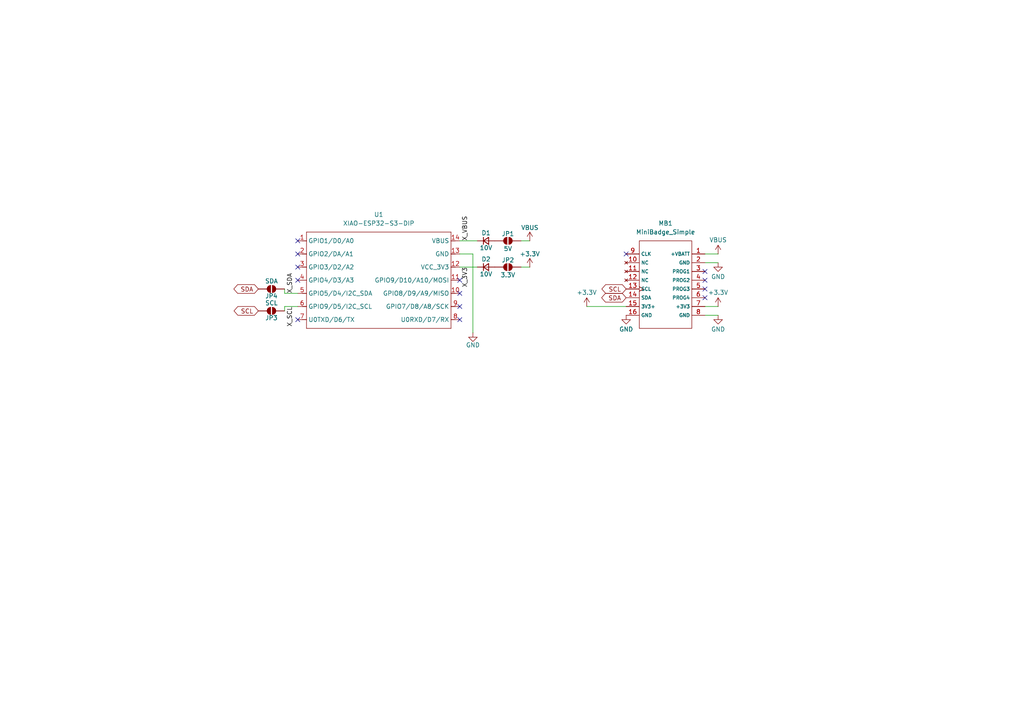
<source format=kicad_sch>
(kicad_sch (version 20250114) (generator "eeschema") (generator_version "9.0")
  (paper "A4")
  (lib_symbols
    (symbol "Device:D_Small" (pin_numbers (hide yes)) (pin_names (offset 0.254) (hide yes))
      (property "Reference" "D" (at -1.27 2.032 0))
      (property "Value" "D_Small" (at -3.81 -2.032 0))
      (symbol "D_Small_0_1"
        (polyline (pts (xy -0.762 0) (xy 0.762 0)))
        (polyline (pts (xy -0.762 -1.016) (xy -0.762 1.016)) (stroke (width 0.254)))
        (polyline (pts (xy 0.762 -1.016) (xy -0.762 0) (xy 0.762 1.016) (xy 0.762 -1.016)) (stroke (width 0.254)))
      )
      (symbol "D_Small_1_1"
        (pin passive line (at -2.54 0 0) (length 1.778) (name "K") (number "1"))
        (pin passive line (at 2.54 0 180) (length 1.778) (name "A") (number "2"))
      )
    )
    (symbol "Jumper:SolderJumper_2_Open" (pin_numbers (hide yes)) (pin_names (offset 0) (hide yes)) (in_bom no)
      (property "Reference" "JP" (at 0 2.032 0))
      (property "Value" "SolderJumper_2_Open" (at 0 -2.54 0))
      (symbol "SolderJumper_2_Open_0_1"
        (polyline (pts (xy -0.254 1.016) (xy -0.254 -1.016)))
        (arc (start -0.254 -1.016) (mid -1.2656 0) (end -0.254 1.016))
        (arc (start -0.254 -1.016) (mid -1.2656 0) (end -0.254 1.016) (fill (type outline)))
        (arc (start 0.254 1.016) (mid 1.2656 0) (end 0.254 -1.016))
        (arc (start 0.254 1.016) (mid 1.2656 0) (end 0.254 -1.016) (fill (type outline)))
        (polyline (pts (xy 0.254 1.016) (xy 0.254 -1.016)))
      )
      (symbol "SolderJumper_2_Open_1_1"
        (pin passive line (at -3.81 0 0) (length 2.54) (name "A") (number "1"))
        (pin passive line (at 3.81 0 180) (length 2.54) (name "B") (number "2"))
      )
    )
    (symbol "MiniBadge:MiniBadge_Full"
      (property "Reference" "MB" (at 8.89 0 0))
      (property "Value" "MiniBadge_Full" (at -10.16 0 0))
      (symbol "MiniBadge_Full_0_1"
        (rectangle (start -12.7 7.62) (end 12.7 -7.62))
      )
      (symbol "MiniBadge_Full_1_1"
        (pin power_out line (at -8.89 11.43 270) (length 3.81) (name "+VBATT") (number "1"))
        (pin output line (at -8.89 -11.43 90) (length 3.81) (name "CLK") (number "9"))
        (pin power_out line (at -6.35 11.43 270) (length 3.81) (name "GND") (number "2"))
        (pin no_connect line (at -6.35 -11.43 90) (length 3.81) (name "NC") (number "10"))
        (pin bidirectional line (at -3.81 11.43 270) (length 3.81) (name "PROG1") (number "3"))
        (pin no_connect line (at -3.81 -11.43 90) (length 3.81) (name "NC") (number "11"))
        (pin bidirectional line (at -1.27 11.43 270) (length 3.81) (name "PROG2") (number "4"))
        (pin no_connect line (at -1.27 -11.43 90) (length 3.81) (name "NC") (number "12"))
        (pin bidirectional line (at 1.27 11.43 270) (length 3.81) (name "PROG3") (number "5"))
        (pin bidirectional clock (at 1.27 -11.43 90) (length 3.81) (name "SCL") (number "13"))
        (pin bidirectional line (at 3.81 11.43 270) (length 3.81) (name "PROG4") (number "6"))
        (pin output line (at 3.81 -11.43 90) (length 3.81) (name "SDA") (number "14"))
        (pin power_out line (at 6.35 11.43 270) (length 3.81) (name "+3V3") (number "7"))
        (pin power_out line (at 6.35 -11.43 90) (length 3.81) (name "3V3+") (number "15"))
        (pin power_out line (at 8.89 11.43 270) (length 3.81) (name "GND") (number "8"))
        (pin power_out line (at 8.89 -11.43 90) (length 3.81) (name "GND") (number "16"))
      )
    )
    (symbol "Seeed_Studio_XIAO_Series:XIAO-ESP32-S3-DIP"
      (property "Reference" "U" (at 1.27 0.508 0))
      (property "Value" "XIAO-ESP32-S3-DIP" (at 9.652 -1.778 0))
      (symbol "XIAO-ESP32-S3-DIP_1_0"
        (polyline (pts (xy 0 -2.54) (xy 41.91 -2.54)) (stroke (width 0.1524)))
        (polyline (pts (xy 0 -5.08) (xy -1.27 -5.08)) (stroke (width 0.1524)))
        (polyline (pts (xy 0 -5.08) (xy 0 -2.54)) (stroke (width 0.1524)))
        (polyline (pts (xy 0 -8.89) (xy -1.27 -8.89)) (stroke (width 0.1524)))
        (polyline (pts (xy 0 -8.89) (xy 0 -5.08)) (stroke (width 0.1524)))
        (polyline (pts (xy 0 -12.7) (xy -1.27 -12.7)) (stroke (width 0.1524)))
        (polyline (pts (xy 0 -12.7) (xy 0 -8.89)) (stroke (width 0.1524)))
        (polyline (pts (xy 0 -16.51) (xy -1.27 -16.51)) (stroke (width 0.1524)))
        (polyline (pts (xy 0 -16.51) (xy 0 -12.7)) (stroke (width 0.1524)))
        (polyline (pts (xy 0 -20.32) (xy -1.27 -20.32)) (stroke (width 0.1524)))
        (polyline (pts (xy 0 -24.13) (xy -1.27 -24.13)) (stroke (width 0.1524)))
        (polyline (pts (xy 0 -27.94) (xy -1.27 -27.94)) (stroke (width 0.1524)))
        (polyline (pts (xy 0 -30.48) (xy 0 -16.51)) (stroke (width 0.1524)))
        (polyline (pts (xy 41.91 -2.54) (xy 41.91 -5.08)) (stroke (width 0.1524)))
        (polyline (pts (xy 41.91 -5.08) (xy 41.91 -8.89)) (stroke (width 0.1524)))
        (polyline (pts (xy 41.91 -8.89) (xy 41.91 -12.7)) (stroke (width 0.1524)))
        (polyline (pts (xy 41.91 -12.7) (xy 41.91 -30.48)) (stroke (width 0.1524)))
        (polyline (pts (xy 41.91 -30.48) (xy 0 -30.48)) (stroke (width 0.1524)))
        (polyline (pts (xy 43.18 -5.08) (xy 41.91 -5.08)) (stroke (width 0.1524)))
        (polyline (pts (xy 43.18 -8.89) (xy 41.91 -8.89)) (stroke (width 0.1524)))
        (polyline (pts (xy 43.18 -12.7) (xy 41.91 -12.7)) (stroke (width 0.1524)))
        (polyline (pts (xy 43.18 -16.51) (xy 41.91 -16.51)) (stroke (width 0.1524)))
        (polyline (pts (xy 43.18 -20.32) (xy 41.91 -20.32)) (stroke (width 0.1524)))
        (polyline (pts (xy 43.18 -24.13) (xy 41.91 -24.13)) (stroke (width 0.1524)))
        (polyline (pts (xy 43.18 -27.94) (xy 41.91 -27.94)) (stroke (width 0.1524)))
        (pin passive line (at -2.54 -5.08 0) (length 2.54) (name "GPIO1/D0/A0") (number "1"))
        (pin passive line (at -2.54 -8.89 0) (length 2.54) (name "GPIO2/DA/A1") (number "2"))
        (pin passive line (at -2.54 -12.7 0) (length 2.54) (name "GPIO3/D2/A2") (number "3"))
        (pin passive line (at -2.54 -16.51 0) (length 2.54) (name "GPIO4/D3/A3") (number "4"))
        (pin passive line (at -2.54 -20.32 0) (length 2.54) (name "GPIO5/D4/I2C_SDA") (number "5"))
        (pin passive line (at -2.54 -24.13 0) (length 2.54) (name "GPIO9/D5/I2C_SCL") (number "6"))
        (pin passive line (at -2.54 -27.94 0) (length 2.54) (name "U0TXD/D6/TX") (number "7"))
        (pin passive line (at 44.45 -5.08 180) (length 2.54) (name "VBUS") (number "14"))
        (pin passive line (at 44.45 -8.89 180) (length 2.54) (name "GND") (number "13"))
        (pin passive line (at 44.45 -12.7 180) (length 2.54) (name "VCC_3V3") (number "12"))
        (pin passive line (at 44.45 -16.51 180) (length 2.54) (name "GPIO9/D10/A10/MOSI") (number "11"))
        (pin passive line (at 44.45 -20.32 180) (length 2.54) (name "GPIO8/D9/A9/MISO") (number "10"))
        (pin passive line (at 44.45 -24.13 180) (length 2.54) (name "GPIO7/D8/A8/SCK") (number "9"))
        (pin passive line (at 44.45 -27.94 180) (length 2.54) (name "U0RXD/D7/RX") (number "8"))
      )
    )
    (symbol "power:+3.3V" (power) (pin_numbers (hide yes)) (pin_names (offset 0) (hide yes))
      (property "Value" "+3.3V" (at 0 3.556 0))
      (symbol "+3.3V_0_1"
        (polyline (pts (xy -0.762 1.27) (xy 0 2.54)))
        (polyline (pts (xy 0 2.54) (xy 0.762 1.27)))
        (polyline (pts (xy 0 0) (xy 0 2.54)))
      )
      (symbol "+3.3V_1_1"
        (pin power_in line (at 0 0 90) (length 0) (name "~") (number "1"))
      )
    )
    (symbol "power:GND" (power) (pin_numbers (hide yes)) (pin_names (offset 0) (hide yes))
      (property "Value" "GND" (at 0 -3.81 0))
      (symbol "GND_0_1"
        (polyline (pts (xy 0 0) (xy 0 -1.27) (xy 1.27 -1.27) (xy 0 -2.54) (xy -1.27 -1.27) (xy 0 -1.27)))
      )
      (symbol "GND_1_1"
        (pin power_in line (at 0 0 270) (length 0) (name "~") (number "1"))
      )
    )
    (symbol "power:VBUS" (power) (pin_numbers (hide yes)) (pin_names (offset 0) (hide yes))
      (property "Value" "VBUS" (at 0 3.556 0))
      (symbol "VBUS_0_1"
        (polyline (pts (xy -0.762 1.27) (xy 0 2.54)))
        (polyline (pts (xy 0 2.54) (xy 0.762 1.27)))
        (polyline (pts (xy 0 0) (xy 0 2.54)))
      )
      (symbol "VBUS_1_1"
        (pin power_in line (at 0 0 90) (length 0) (name "~") (number "1"))
      )
    )
  )
  (no_connect (at 86.36 69.85))
  (no_connect (at 133.35 81.28))
  (no_connect (at 133.35 92.71))
  (no_connect (at 181.61 73.66))
  (no_connect (at 204.47 86.36))
  (no_connect (at 133.35 85.09))
  (no_connect (at 86.36 81.28))
  (no_connect (at 133.35 88.9))
  (no_connect (at 204.47 81.28))
  (no_connect (at 86.36 73.66))
  (no_connect (at 204.47 78.74))
  (no_connect (at 86.36 92.71))
  (no_connect (at 86.36 77.47))
  (no_connect (at 204.47 83.82))
  (wire (pts (xy 138.43 77.47) (xy 133.35 77.47)))
  (wire (pts (xy 153.67 77.47) (xy 151.13 77.47)))
  (wire (pts (xy 170.18 88.9) (xy 181.61 88.9)))
  (wire (pts (xy 208.28 76.2) (xy 204.47 76.2)))
  (wire (pts (xy 82.55 88.9) (xy 82.55 90.17)))
  (wire (pts (xy 137.16 73.66) (xy 133.35 73.66)))
  (wire (pts (xy 86.36 85.09) (xy 82.55 85.09)))
  (wire (pts (xy 137.16 96.52) (xy 137.16 73.66)))
  (wire (pts (xy 82.55 85.09) (xy 82.55 83.82)))
  (wire (pts (xy 86.36 88.9) (xy 82.55 88.9)))
  (wire (pts (xy 138.43 69.85) (xy 133.35 69.85)))
  (wire (pts (xy 208.28 91.44) (xy 204.47 91.44)))
  (wire (pts (xy 208.28 88.9) (xy 204.47 88.9)))
  (wire (pts (xy 153.67 69.85) (xy 151.13 69.85)))
  (wire (pts (xy 208.28 73.66) (xy 204.47 73.66)))
  (label "X_3V3" (at 135.89 77.47 270))
  (label "X_SDA" (at 85.09 85.09 90))
  (label "X_SCL" (at 85.09 88.9 270))
  (label "X_VBUS" (at 135.89 69.85 90))
  (global_label "SCL" (shape bidirectional) (at 181.61 83.82 180) (property "Intersheetrefs" "${INTERSHEET_REFS}" (effects (hide yes))))
  (global_label "SDA" (shape bidirectional) (at 181.61 86.36 180) (property "Intersheetrefs" "${INTERSHEET_REFS}" (effects (hide yes))))
  (global_label "SDA" (shape bidirectional) (at 74.93 83.82 180) (property "Intersheetrefs" "${INTERSHEET_REFS}" (effects (hide yes))))
  (global_label "SCL" (shape bidirectional) (at 74.93 90.17 180) (property "Intersheetrefs" "${INTERSHEET_REFS}" (effects (hide yes))))
  (symbol (lib_id "power:VBUS") (at 208.28 73.66 0) (unit 1)
    (property "Reference" "#PWR06" (effects (hide yes)))
    (property "Value" "VBUS" (at 208.28 69.596 0))
    (property "Description" "Power symbol creates a global label with name \"VBUS\"" (effects (hide yes)))
  )
  (symbol (lib_id "power:+3.3V") (at 208.28 88.9 0) (unit 1)
    (property "Reference" "#PWR04" (effects (hide yes)))
    (property "Value" "+3.3V" (at 208.28 84.836 0))
    (property "Description" "Power symbol creates a global label with name \"+3.3V\"" (effects (hide yes)))
  )
  (symbol (lib_id "Jumper:SolderJumper_2_Open") (at 78.74 90.17 180) (unit 1) (in_bom no)
    (property "Reference" "JP3" (at 78.74 92.202 0))
    (property "Value" "SCL" (at 78.74 87.884 0))
    (property "Footprint" "Jumper:SolderJumper-2_P1.3mm_Open_TrianglePad1.0x1.5mm" (effects (hide yes)))
    (property "Description" "Solder Jumper, 2-pole, open" (effects (hide yes)))
  )
  (symbol (lib_id "MiniBadge:MiniBadge_Full") (at 193.04 82.55 270) (unit 1)
    (property "Reference" "MB1" (at 193.04 64.77 90))
    (property "Value" "MiniBadge_Simple" (at 193.04 67.31 90))
    (property "Footprint" "MiniBadge:MiniBadge_Full_NoEdges" (effects (hide yes)))
  )
  (symbol (lib_id "Jumper:SolderJumper_2_Open") (at 78.74 83.82 180) (unit 1) (in_bom no)
    (property "Reference" "JP4" (at 78.74 85.852 0))
    (property "Value" "SDA" (at 78.74 81.534 0))
    (property "Footprint" "Jumper:SolderJumper-2_P1.3mm_Open_TrianglePad1.0x1.5mm" (effects (hide yes)))
    (property "Description" "Solder Jumper, 2-pole, open" (effects (hide yes)))
  )
  (symbol (lib_id "power:+3.3V") (at 153.67 77.47 0) (unit 1)
    (property "Reference" "#PWR08" (effects (hide yes)))
    (property "Value" "+3.3V" (at 153.67 73.66 0))
    (property "Description" "Power symbol creates a global label with name \"+3.3V\"" (effects (hide yes)))
  )
  (symbol (lib_id "Jumper:SolderJumper_2_Open") (at 147.32 77.47 0) (unit 1) (in_bom no)
    (property "Reference" "JP2" (at 147.32 75.438 0))
    (property "Value" "3.3V" (at 147.32 79.756 0))
    (property "Footprint" "Jumper:SolderJumper-2_P1.3mm_Open_TrianglePad1.0x1.5mm" (effects (hide yes)))
    (property "Description" "Solder Jumper, 2-pole, open" (effects (hide yes)))
  )
  (symbol (lib_id "power:GND") (at 208.28 76.2 0) (unit 1)
    (property "Reference" "#PWR03" (effects (hide yes)))
    (property "Value" "GND" (at 208.28 80.264 0))
    (property "Description" "Power symbol creates a global label with name \"GND\" , ground" (effects (hide yes)))
  )
  (symbol (lib_id "Device:D_Small") (at 140.97 69.85 0) (unit 1)
    (property "Reference" "D1" (at 140.97 67.564 0))
    (property "Value" "10V" (at 140.97 71.882 0))
    (property "Footprint" "Diode_SMD:D_1206_3216Metric_Pad1.42x1.75mm_HandSolder" (effects (hide yes)))
    (property "Description" "Diode, small symbol" (effects (hide yes)))
    (property "Sim.Device" "D" (effects (hide yes)))
    (property "Sim.Pins" "1=K 2=A" (effects (hide yes)))
  )
  (symbol (lib_id "Jumper:SolderJumper_2_Open") (at 147.32 69.85 0) (unit 1) (in_bom no)
    (property "Reference" "JP1" (at 147.32 67.818 0))
    (property "Value" "5V" (at 147.32 72.136 0))
    (property "Footprint" "Jumper:SolderJumper-2_P1.3mm_Open_TrianglePad1.0x1.5mm" (effects (hide yes)))
    (property "Description" "Solder Jumper, 2-pole, open" (effects (hide yes)))
  )
  (symbol (lib_id "power:+3.3V") (at 170.18 88.9 0) (unit 1)
    (property "Reference" "#PWR05" (effects (hide yes)))
    (property "Value" "+3.3V" (at 170.18 84.836 0))
    (property "Description" "Power symbol creates a global label with name \"+3.3V\"" (effects (hide yes)))
  )
  (symbol (lib_id "power:VBUS") (at 153.67 69.85 0) (unit 1)
    (property "Reference" "#PWR07" (effects (hide yes)))
    (property "Value" "VBUS" (at 153.67 66.04 0))
    (property "Description" "Power symbol creates a global label with name \"VBUS\"" (effects (hide yes)))
  )
  (symbol (lib_id "Seeed_Studio_XIAO_Series:XIAO-ESP32-S3-DIP") (at 88.9 64.77 0) (unit 1)
    (property "Reference" "U1" (at 109.855 62.23 0))
    (property "Value" "XIAO-ESP32-S3-DIP" (at 109.855 64.77 0))
    (property "Footprint" "Seeed XIAO:XIAO-ESP32S3-DIP" (effects (hide yes)))
  )
  (symbol (lib_id "power:GND") (at 208.28 91.44 0) (unit 1)
    (property "Reference" "#PWR01" (effects (hide yes)))
    (property "Value" "GND" (at 208.28 95.504 0))
    (property "Description" "Power symbol creates a global label with name \"GND\" , ground" (effects (hide yes)))
  )
  (symbol (lib_id "power:GND") (at 137.16 96.52 0) (unit 1)
    (property "Reference" "#PWR09" (effects (hide yes)))
    (property "Value" "GND" (at 137.16 100.076 0))
    (property "Description" "Power symbol creates a global label with name \"GND\" , ground" (effects (hide yes)))
  )
  (symbol (lib_id "Device:D_Small") (at 140.97 77.47 0) (unit 1)
    (property "Reference" "D2" (at 140.97 75.184 0))
    (property "Value" "10V" (at 140.97 79.502 0))
    (property "Footprint" "Diode_SMD:D_1206_3216Metric_Pad1.42x1.75mm_HandSolder" (effects (hide yes)))
    (property "Description" "Diode, small symbol" (effects (hide yes)))
    (property "Sim.Device" "D" (effects (hide yes)))
    (property "Sim.Pins" "1=K 2=A" (effects (hide yes)))
  )
  (symbol (lib_id "power:GND") (at 181.61 91.44 0) (unit 1)
    (property "Reference" "#PWR02" (effects (hide yes)))
    (property "Value" "GND" (at 181.61 95.504 0))
    (property "Description" "Power symbol creates a global label with name \"GND\" , ground" (effects (hide yes)))
  )
)
</source>
